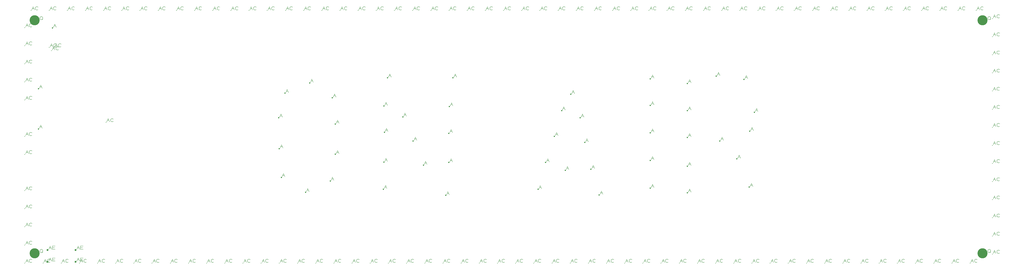
<source format=gbr>
G04 GENERATED BY PULSONIX 12.5 GERBER.DLL 9449*
G04 #@! TF.GenerationSoftware,Pulsonix,Pulsonix,12.5.9449*
G04 #@! TF.CreationDate,2024-11-25T21:04:47--1:00*
G04 #@! TF.Part,Single*
%FSLAX35Y35*%
%LPD*%
%MOMM*%
G04 #@! TF.FileFunction,Drillmap*
G04 #@! TF.FilePolarity,Positive*
G04 #@! TA.AperFunction,ViaPad*
%ADD81C,0.40000*%
G04 #@! TD.AperFunction*
%ADD82C,0.10000*%
G04 #@! TA.AperFunction,ViaPad*
%ADD83C,0.30000*%
G04 #@! TA.AperFunction,WasherPad*
%ADD84C,3.10000*%
G04 #@! TA.AperFunction,ComponentPad*
%ADD85C,0.60000*%
G04 #@! TD.AperFunction*
X0Y0D02*
D02*
D81*
X1813250Y5095438D03*
Y6333688D03*
X2244250Y8214875D03*
X9211000Y5436750D03*
X9226875Y4484250D03*
X9290564Y3595250D03*
X9401500Y6198750D03*
X10036500Y3134875D03*
X10163500Y6516250D03*
X10798500Y3484125D03*
X10862000Y6055875D03*
X10957250Y4309625D03*
Y5246250D03*
X12433625Y3230125D03*
X12449500Y4071500D03*
Y5801875D03*
X12465375Y4992250D03*
X12561875Y6675000D03*
X13032948Y5468500D03*
X13350448Y4722375D03*
X13667948Y3976250D03*
X14354500Y3039625D03*
X14449750Y4055625D03*
Y4960500D03*
X14465625Y5786000D03*
X14578000Y6675000D03*
X17199622Y3225872D03*
X17434250Y4055625D03*
X17704125Y4865250D03*
X17926375Y5659000D03*
X18037500Y3817500D03*
X18212125Y6165750D03*
X18497875Y5436750D03*
X18638747Y4674750D03*
X18831250Y3849250D03*
X19085250Y3055500D03*
X20658125Y3261875D03*
Y4119125D03*
Y4976375D03*
Y5817750D03*
Y6643250D03*
X21798625Y3119000D03*
Y3944500D03*
Y4833500D03*
Y5659000D03*
Y6500375D03*
X22688875Y6725500D03*
X22800000Y4721125D03*
X23322767Y4166750D03*
X23546125Y6627375D03*
X23703767Y3293625D03*
X23720750Y5024000D03*
X23863625Y5610125D03*
D02*
D82*
X1410800Y971376D02*
X1451976Y1070199D01*
X1493153Y971376D01*
X1427271Y1012552D02*
X1476682Y1012552D01*
X1606553Y987846D02*
X1598318Y979611D01*
X1581847Y971376D01*
X1557141D01*
X1540671Y979611D01*
X1532435Y987846D01*
X1524200Y1004317D01*
Y1037258D01*
X1532435Y1053729D01*
X1540671Y1061964D01*
X1557141Y1070199D01*
X1581847D01*
X1598318Y1061964D01*
X1606553Y1053729D01*
X1410800Y1531376D02*
X1451976Y1630199D01*
X1493153Y1531376D01*
X1427271Y1572552D02*
X1476682Y1572552D01*
X1606553Y1547846D02*
X1598318Y1539611D01*
X1581847Y1531376D01*
X1557141D01*
X1540671Y1539611D01*
X1532435Y1547846D01*
X1524200Y1564317D01*
Y1597258D01*
X1532435Y1613729D01*
X1540671Y1621964D01*
X1557141Y1630199D01*
X1581847D01*
X1598318Y1621964D01*
X1606553Y1613729D01*
X1410800Y2091376D02*
X1451976Y2190199D01*
X1493153Y2091376D01*
X1427271Y2132552D02*
X1476682Y2132552D01*
X1606553Y2107846D02*
X1598318Y2099611D01*
X1581847Y2091376D01*
X1557141D01*
X1540671Y2099611D01*
X1532435Y2107846D01*
X1524200Y2124317D01*
Y2157258D01*
X1532435Y2173729D01*
X1540671Y2181964D01*
X1557141Y2190199D01*
X1581847D01*
X1598318Y2181964D01*
X1606553Y2173729D01*
X1410800Y2651376D02*
X1451976Y2750199D01*
X1493153Y2651376D01*
X1427271Y2692552D02*
X1476682Y2692552D01*
X1606553Y2667846D02*
X1598318Y2659611D01*
X1581847Y2651376D01*
X1557141D01*
X1540671Y2659611D01*
X1532435Y2667846D01*
X1524200Y2684317D01*
Y2717258D01*
X1532435Y2733729D01*
X1540671Y2741964D01*
X1557141Y2750199D01*
X1581847D01*
X1598318Y2741964D01*
X1606553Y2733729D01*
X1410800Y3211376D02*
X1451976Y3310199D01*
X1493153Y3211376D01*
X1427271Y3252552D02*
X1476682Y3252552D01*
X1606553Y3227846D02*
X1598318Y3219611D01*
X1581847Y3211376D01*
X1557141D01*
X1540671Y3219611D01*
X1532435Y3227846D01*
X1524200Y3244317D01*
Y3277258D01*
X1532435Y3293729D01*
X1540671Y3301964D01*
X1557141Y3310199D01*
X1581847D01*
X1598318Y3301964D01*
X1606553Y3293729D01*
X1410800Y4331376D02*
X1451976Y4430199D01*
X1493153Y4331376D01*
X1427271Y4372552D02*
X1476682Y4372552D01*
X1606553Y4347846D02*
X1598318Y4339611D01*
X1581847Y4331376D01*
X1557141D01*
X1540671Y4339611D01*
X1532435Y4347846D01*
X1524200Y4364317D01*
Y4397258D01*
X1532435Y4413729D01*
X1540671Y4421964D01*
X1557141Y4430199D01*
X1581847D01*
X1598318Y4421964D01*
X1606553Y4413729D01*
X1410800Y4891376D02*
X1451976Y4990199D01*
X1493153Y4891376D01*
X1427271Y4932552D02*
X1476682Y4932552D01*
X1606553Y4907846D02*
X1598318Y4899611D01*
X1581847Y4891376D01*
X1557141D01*
X1540671Y4899611D01*
X1532435Y4907846D01*
X1524200Y4924317D01*
Y4957258D01*
X1532435Y4973729D01*
X1540671Y4981964D01*
X1557141Y4990199D01*
X1581847D01*
X1598318Y4981964D01*
X1606553Y4973729D01*
X1410800Y6011376D02*
X1451976Y6110199D01*
X1493153Y6011376D01*
X1427271Y6052552D02*
X1476682Y6052552D01*
X1606553Y6027846D02*
X1598318Y6019611D01*
X1581847Y6011376D01*
X1557141D01*
X1540671Y6019611D01*
X1532435Y6027846D01*
X1524200Y6044317D01*
Y6077258D01*
X1532435Y6093729D01*
X1540671Y6101964D01*
X1557141Y6110199D01*
X1581847D01*
X1598318Y6101964D01*
X1606553Y6093729D01*
X1410800Y6571376D02*
X1451976Y6670199D01*
X1493153Y6571376D01*
X1427271Y6612552D02*
X1476682Y6612552D01*
X1606553Y6587846D02*
X1598318Y6579611D01*
X1581847Y6571376D01*
X1557141D01*
X1540671Y6579611D01*
X1532435Y6587846D01*
X1524200Y6604317D01*
Y6637258D01*
X1532435Y6653729D01*
X1540671Y6661964D01*
X1557141Y6670199D01*
X1581847D01*
X1598318Y6661964D01*
X1606553Y6653729D01*
X1410800Y7131376D02*
X1451976Y7230199D01*
X1493153Y7131376D01*
X1427271Y7172552D02*
X1476682Y7172552D01*
X1606553Y7147846D02*
X1598318Y7139611D01*
X1581847Y7131376D01*
X1557141D01*
X1540671Y7139611D01*
X1532435Y7147846D01*
X1524200Y7164317D01*
Y7197258D01*
X1532435Y7213729D01*
X1540671Y7221964D01*
X1557141Y7230199D01*
X1581847D01*
X1598318Y7221964D01*
X1606553Y7213729D01*
X1410800Y7691376D02*
X1451976Y7790199D01*
X1493153Y7691376D01*
X1427271Y7732552D02*
X1476682Y7732552D01*
X1606553Y7707846D02*
X1598318Y7699611D01*
X1581847Y7691376D01*
X1557141D01*
X1540671Y7699611D01*
X1532435Y7707846D01*
X1524200Y7724317D01*
Y7757258D01*
X1532435Y7773729D01*
X1540671Y7781964D01*
X1557141Y7790199D01*
X1581847D01*
X1598318Y7781964D01*
X1606553Y7773729D01*
X1410800Y8251376D02*
X1451976Y8350199D01*
X1493153Y8251376D01*
X1427271Y8292552D02*
X1476682Y8292552D01*
X1606553Y8267846D02*
X1598318Y8259611D01*
X1581847Y8251376D01*
X1557141D01*
X1540671Y8259611D01*
X1532435Y8267846D01*
X1524200Y8284317D01*
Y8317258D01*
X1532435Y8333729D01*
X1540671Y8341964D01*
X1557141Y8350199D01*
X1581847D01*
X1598318Y8341964D01*
X1606553Y8333729D01*
X1597306Y8779406D02*
X1638482Y8878229D01*
X1679659Y8779406D01*
X1613777Y8820582D02*
X1663188Y8820582D01*
X1793059Y8795876D02*
X1784824Y8787641D01*
X1768353Y8779406D01*
X1743647D01*
X1727177Y8787641D01*
X1718941Y8795876D01*
X1710706Y8812347D01*
Y8845288D01*
X1718941Y8861759D01*
X1727177Y8869994D01*
X1743647Y8878229D01*
X1768353D01*
X1784824Y8869994D01*
X1793059Y8861759D01*
X1838250Y5120144D02*
X1879426Y5218967D01*
X1920603Y5120144D01*
X1854721Y5161320D02*
X1904132Y5161320D01*
X1838250Y6358394D02*
X1879426Y6457217D01*
X1920603Y6358394D01*
X1854721Y6399570D02*
X1904132Y6399570D01*
X1855000Y1308147D02*
X1855000Y1341088D01*
X1863235Y1357559D01*
X1871471Y1365794D01*
X1887941Y1374029D01*
X1904412D01*
X1920882Y1365794D01*
X1929118Y1357559D01*
X1937353Y1341088D01*
Y1308147D01*
X1929118Y1291676D01*
X1920882Y1283441D01*
X1904412Y1275206D01*
X1887941D01*
X1871471Y1283441D01*
X1863235Y1291676D01*
X1855000Y1308147D01*
X1912647Y1299912D02*
X1937353Y1275206D01*
X1855000Y8508147D02*
X1855000Y8541088D01*
X1863235Y8557559D01*
X1871471Y8565794D01*
X1887941Y8574029D01*
X1904412D01*
X1920882Y8565794D01*
X1929118Y8557559D01*
X1937353Y8541088D01*
Y8508147D01*
X1929118Y8491676D01*
X1920882Y8483441D01*
X1904412Y8475206D01*
X1887941D01*
X1871471Y8483441D01*
X1863235Y8491676D01*
X1855000Y8508147D01*
X1912647Y8499912D02*
X1937353Y8475206D01*
X1970800Y971006D02*
X2011976Y1069829D01*
X2053153Y971006D01*
X1987271Y1012182D02*
X2036682Y1012182D01*
X2166553Y987476D02*
X2158318Y979241D01*
X2141847Y971006D01*
X2117141D01*
X2100671Y979241D01*
X2092435Y987476D01*
X2084200Y1003947D01*
Y1036888D01*
X2092435Y1053359D01*
X2100671Y1061594D01*
X2117141Y1069829D01*
X2141847D01*
X2158318Y1061594D01*
X2166553Y1053359D01*
X2122688Y1008894D02*
X2163864Y1107717D01*
X2205041Y1008894D01*
X2139159Y1050070D02*
X2188570Y1050070D01*
X2236088Y1008894D02*
X2236088Y1107717D01*
X2318441D01*
X2301970Y1058306D02*
X2236088Y1058306D01*
Y1008894D02*
X2318441Y1008894D01*
X2122688Y1378894D02*
X2163864Y1477717D01*
X2205041Y1378894D01*
X2139159Y1420070D02*
X2188570Y1420070D01*
X2236088Y1378894D02*
X2236088Y1477717D01*
X2318441D01*
X2301970Y1428306D02*
X2236088Y1428306D01*
Y1378894D02*
X2318441Y1378894D01*
X2157306Y8779406D02*
X2198482Y8878229D01*
X2239659Y8779406D01*
X2173777Y8820582D02*
X2223188Y8820582D01*
X2353059Y8795876D02*
X2344824Y8787641D01*
X2328353Y8779406D01*
X2303647D01*
X2287177Y8787641D01*
X2278941Y8795876D01*
X2270706Y8812347D01*
Y8845288D01*
X2278941Y8861759D01*
X2287177Y8869994D01*
X2303647Y8878229D01*
X2328353D01*
X2344824Y8869994D01*
X2353059Y8861759D01*
X2164250Y7636331D02*
X2205426Y7735154D01*
X2246603Y7636331D01*
X2180721Y7677507D02*
X2230132Y7677507D01*
X2360003Y7652801D02*
X2351768Y7644566D01*
X2335297Y7636331D01*
X2310591D01*
X2294121Y7644566D01*
X2285885Y7652801D01*
X2277650Y7669272D01*
Y7702213D01*
X2285885Y7718684D01*
X2294121Y7726919D01*
X2310591Y7735154D01*
X2335297D01*
X2351768Y7726919D01*
X2360003Y7718684D01*
X2230125Y7541081D02*
X2271301Y7639904D01*
X2312478Y7541081D01*
X2246596Y7582257D02*
X2296007Y7582257D01*
X2425878Y7557551D02*
X2417643Y7549316D01*
X2401172Y7541081D01*
X2376466D01*
X2359996Y7549316D01*
X2351760Y7557551D01*
X2343525Y7574022D01*
Y7606963D01*
X2351760Y7623434D01*
X2359996Y7631669D01*
X2376466Y7639904D01*
X2401172D01*
X2417643Y7631669D01*
X2425878Y7623434D01*
X2269250Y8239581D02*
X2310426Y8338404D01*
X2351603Y8239581D01*
X2285721Y8280757D02*
X2335132Y8280757D01*
X2309500Y7636331D02*
X2350676Y7735154D01*
X2391853Y7636331D01*
X2325971Y7677507D02*
X2375382Y7677507D01*
X2505253Y7652801D02*
X2497018Y7644566D01*
X2480547Y7636331D01*
X2455841D01*
X2439371Y7644566D01*
X2431135Y7652801D01*
X2422900Y7669272D01*
Y7702213D01*
X2431135Y7718684D01*
X2439371Y7726919D01*
X2455841Y7735154D01*
X2480547D01*
X2497018Y7726919D01*
X2505253Y7718684D01*
X2530800Y971006D02*
X2571976Y1069829D01*
X2613153Y971006D01*
X2547271Y1012182D02*
X2596682Y1012182D01*
X2726553Y987476D02*
X2718318Y979241D01*
X2701847Y971006D01*
X2677141D01*
X2660671Y979241D01*
X2652435Y987476D01*
X2644200Y1003947D01*
Y1036888D01*
X2652435Y1053359D01*
X2660671Y1061594D01*
X2677141Y1069829D01*
X2701847D01*
X2718318Y1061594D01*
X2726553Y1053359D01*
X2717306Y8779406D02*
X2758482Y8878229D01*
X2799659Y8779406D01*
X2733777Y8820582D02*
X2783188Y8820582D01*
X2913059Y8795876D02*
X2904824Y8787641D01*
X2888353Y8779406D01*
X2863647D01*
X2847177Y8787641D01*
X2838941Y8795876D01*
X2830706Y8812347D01*
Y8845288D01*
X2838941Y8861759D01*
X2847177Y8869994D01*
X2863647Y8878229D01*
X2888353D01*
X2904824Y8869994D01*
X2913059Y8861759D01*
X2986688Y1008894D02*
X3027864Y1107717D01*
X3069041Y1008894D01*
X3003159Y1050070D02*
X3052570Y1050070D01*
X3100088Y1008894D02*
X3100088Y1107717D01*
X3182441D01*
X3165970Y1058306D02*
X3100088Y1058306D01*
Y1008894D02*
X3182441Y1008894D01*
X2986688Y1378894D02*
X3027864Y1477717D01*
X3069041Y1378894D01*
X3003159Y1420070D02*
X3052570Y1420070D01*
X3100088Y1378894D02*
X3100088Y1477717D01*
X3182441D01*
X3165970Y1428306D02*
X3100088Y1428306D01*
Y1378894D02*
X3182441Y1378894D01*
X3090800Y971006D02*
X3131976Y1069829D01*
X3173153Y971006D01*
X3107271Y1012182D02*
X3156682Y1012182D01*
X3286553Y987476D02*
X3278318Y979241D01*
X3261847Y971006D01*
X3237141D01*
X3220671Y979241D01*
X3212435Y987476D01*
X3204200Y1003947D01*
Y1036888D01*
X3212435Y1053359D01*
X3220671Y1061594D01*
X3237141Y1069829D01*
X3261847D01*
X3278318Y1061594D01*
X3286553Y1053359D01*
X3277306Y8779406D02*
X3318482Y8878229D01*
X3359659Y8779406D01*
X3293777Y8820582D02*
X3343188Y8820582D01*
X3473059Y8795876D02*
X3464824Y8787641D01*
X3448353Y8779406D01*
X3423647D01*
X3407177Y8787641D01*
X3398941Y8795876D01*
X3390706Y8812347D01*
Y8845288D01*
X3398941Y8861759D01*
X3407177Y8869994D01*
X3423647Y8878229D01*
X3448353D01*
X3464824Y8869994D01*
X3473059Y8861759D01*
X3650800Y971006D02*
X3691976Y1069829D01*
X3733153Y971006D01*
X3667271Y1012182D02*
X3716682Y1012182D01*
X3846553Y987476D02*
X3838318Y979241D01*
X3821847Y971006D01*
X3797141D01*
X3780671Y979241D01*
X3772435Y987476D01*
X3764200Y1003947D01*
Y1036888D01*
X3772435Y1053359D01*
X3780671Y1061594D01*
X3797141Y1069829D01*
X3821847D01*
X3838318Y1061594D01*
X3846553Y1053359D01*
X3837306Y8779406D02*
X3878482Y8878229D01*
X3919659Y8779406D01*
X3853777Y8820582D02*
X3903188Y8820582D01*
X4033059Y8795876D02*
X4024824Y8787641D01*
X4008353Y8779406D01*
X3983647D01*
X3967177Y8787641D01*
X3958941Y8795876D01*
X3950706Y8812347D01*
Y8845288D01*
X3958941Y8861759D01*
X3967177Y8869994D01*
X3983647Y8878229D01*
X4008353D01*
X4024824Y8869994D01*
X4033059Y8861759D01*
X3912875Y5318581D02*
X3954051Y5417404D01*
X3995228Y5318581D01*
X3929346Y5359757D02*
X3978757Y5359757D01*
X4108628Y5335051D02*
X4100393Y5326816D01*
X4083922Y5318581D01*
X4059216D01*
X4042746Y5326816D01*
X4034510Y5335051D01*
X4026275Y5351522D01*
Y5384463D01*
X4034510Y5400934D01*
X4042746Y5409169D01*
X4059216Y5417404D01*
X4083922D01*
X4100393Y5409169D01*
X4108628Y5400934D01*
X4210800Y971006D02*
X4251976Y1069829D01*
X4293153Y971006D01*
X4227271Y1012182D02*
X4276682Y1012182D01*
X4406553Y987476D02*
X4398318Y979241D01*
X4381847Y971006D01*
X4357141D01*
X4340671Y979241D01*
X4332435Y987476D01*
X4324200Y1003947D01*
Y1036888D01*
X4332435Y1053359D01*
X4340671Y1061594D01*
X4357141Y1069829D01*
X4381847D01*
X4398318Y1061594D01*
X4406553Y1053359D01*
X4397306Y8779406D02*
X4438482Y8878229D01*
X4479659Y8779406D01*
X4413777Y8820582D02*
X4463188Y8820582D01*
X4593059Y8795876D02*
X4584824Y8787641D01*
X4568353Y8779406D01*
X4543647D01*
X4527177Y8787641D01*
X4518941Y8795876D01*
X4510706Y8812347D01*
Y8845288D01*
X4518941Y8861759D01*
X4527177Y8869994D01*
X4543647Y8878229D01*
X4568353D01*
X4584824Y8869994D01*
X4593059Y8861759D01*
X4770800Y971006D02*
X4811976Y1069829D01*
X4853153Y971006D01*
X4787271Y1012182D02*
X4836682Y1012182D01*
X4966553Y987476D02*
X4958318Y979241D01*
X4941847Y971006D01*
X4917141D01*
X4900671Y979241D01*
X4892435Y987476D01*
X4884200Y1003947D01*
Y1036888D01*
X4892435Y1053359D01*
X4900671Y1061594D01*
X4917141Y1069829D01*
X4941847D01*
X4958318Y1061594D01*
X4966553Y1053359D01*
X4957306Y8779406D02*
X4998482Y8878229D01*
X5039659Y8779406D01*
X4973777Y8820582D02*
X5023188Y8820582D01*
X5153059Y8795876D02*
X5144824Y8787641D01*
X5128353Y8779406D01*
X5103647D01*
X5087177Y8787641D01*
X5078941Y8795876D01*
X5070706Y8812347D01*
Y8845288D01*
X5078941Y8861759D01*
X5087177Y8869994D01*
X5103647Y8878229D01*
X5128353D01*
X5144824Y8869994D01*
X5153059Y8861759D01*
X5330800Y971006D02*
X5371976Y1069829D01*
X5413153Y971006D01*
X5347271Y1012182D02*
X5396682Y1012182D01*
X5526553Y987476D02*
X5518318Y979241D01*
X5501847Y971006D01*
X5477141D01*
X5460671Y979241D01*
X5452435Y987476D01*
X5444200Y1003947D01*
Y1036888D01*
X5452435Y1053359D01*
X5460671Y1061594D01*
X5477141Y1069829D01*
X5501847D01*
X5518318Y1061594D01*
X5526553Y1053359D01*
X5517306Y8779406D02*
X5558482Y8878229D01*
X5599659Y8779406D01*
X5533777Y8820582D02*
X5583188Y8820582D01*
X5713059Y8795876D02*
X5704824Y8787641D01*
X5688353Y8779406D01*
X5663647D01*
X5647177Y8787641D01*
X5638941Y8795876D01*
X5630706Y8812347D01*
Y8845288D01*
X5638941Y8861759D01*
X5647177Y8869994D01*
X5663647Y8878229D01*
X5688353D01*
X5704824Y8869994D01*
X5713059Y8861759D01*
X5890800Y971006D02*
X5931976Y1069829D01*
X5973153Y971006D01*
X5907271Y1012182D02*
X5956682Y1012182D01*
X6086553Y987476D02*
X6078318Y979241D01*
X6061847Y971006D01*
X6037141D01*
X6020671Y979241D01*
X6012435Y987476D01*
X6004200Y1003947D01*
Y1036888D01*
X6012435Y1053359D01*
X6020671Y1061594D01*
X6037141Y1069829D01*
X6061847D01*
X6078318Y1061594D01*
X6086553Y1053359D01*
X6077306Y8779406D02*
X6118482Y8878229D01*
X6159659Y8779406D01*
X6093777Y8820582D02*
X6143188Y8820582D01*
X6273059Y8795876D02*
X6264824Y8787641D01*
X6248353Y8779406D01*
X6223647D01*
X6207177Y8787641D01*
X6198941Y8795876D01*
X6190706Y8812347D01*
Y8845288D01*
X6198941Y8861759D01*
X6207177Y8869994D01*
X6223647Y8878229D01*
X6248353D01*
X6264824Y8869994D01*
X6273059Y8861759D01*
X6450800Y971006D02*
X6491976Y1069829D01*
X6533153Y971006D01*
X6467271Y1012182D02*
X6516682Y1012182D01*
X6646553Y987476D02*
X6638318Y979241D01*
X6621847Y971006D01*
X6597141D01*
X6580671Y979241D01*
X6572435Y987476D01*
X6564200Y1003947D01*
Y1036888D01*
X6572435Y1053359D01*
X6580671Y1061594D01*
X6597141Y1069829D01*
X6621847D01*
X6638318Y1061594D01*
X6646553Y1053359D01*
X6637306Y8779406D02*
X6678482Y8878229D01*
X6719659Y8779406D01*
X6653777Y8820582D02*
X6703188Y8820582D01*
X6833059Y8795876D02*
X6824824Y8787641D01*
X6808353Y8779406D01*
X6783647D01*
X6767177Y8787641D01*
X6758941Y8795876D01*
X6750706Y8812347D01*
Y8845288D01*
X6758941Y8861759D01*
X6767177Y8869994D01*
X6783647Y8878229D01*
X6808353D01*
X6824824Y8869994D01*
X6833059Y8861759D01*
X7010800Y971006D02*
X7051976Y1069829D01*
X7093153Y971006D01*
X7027271Y1012182D02*
X7076682Y1012182D01*
X7206553Y987476D02*
X7198318Y979241D01*
X7181847Y971006D01*
X7157141D01*
X7140671Y979241D01*
X7132435Y987476D01*
X7124200Y1003947D01*
Y1036888D01*
X7132435Y1053359D01*
X7140671Y1061594D01*
X7157141Y1069829D01*
X7181847D01*
X7198318Y1061594D01*
X7206553Y1053359D01*
X7197306Y8779406D02*
X7238482Y8878229D01*
X7279659Y8779406D01*
X7213777Y8820582D02*
X7263188Y8820582D01*
X7393059Y8795876D02*
X7384824Y8787641D01*
X7368353Y8779406D01*
X7343647D01*
X7327177Y8787641D01*
X7318941Y8795876D01*
X7310706Y8812347D01*
Y8845288D01*
X7318941Y8861759D01*
X7327177Y8869994D01*
X7343647Y8878229D01*
X7368353D01*
X7384824Y8869994D01*
X7393059Y8861759D01*
X7570800Y971006D02*
X7611976Y1069829D01*
X7653153Y971006D01*
X7587271Y1012182D02*
X7636682Y1012182D01*
X7766553Y987476D02*
X7758318Y979241D01*
X7741847Y971006D01*
X7717141D01*
X7700671Y979241D01*
X7692435Y987476D01*
X7684200Y1003947D01*
Y1036888D01*
X7692435Y1053359D01*
X7700671Y1061594D01*
X7717141Y1069829D01*
X7741847D01*
X7758318Y1061594D01*
X7766553Y1053359D01*
X7757306Y8779406D02*
X7798482Y8878229D01*
X7839659Y8779406D01*
X7773777Y8820582D02*
X7823188Y8820582D01*
X7953059Y8795876D02*
X7944824Y8787641D01*
X7928353Y8779406D01*
X7903647D01*
X7887177Y8787641D01*
X7878941Y8795876D01*
X7870706Y8812347D01*
Y8845288D01*
X7878941Y8861759D01*
X7887177Y8869994D01*
X7903647Y8878229D01*
X7928353D01*
X7944824Y8869994D01*
X7953059Y8861759D01*
X8130800Y971006D02*
X8171976Y1069829D01*
X8213153Y971006D01*
X8147271Y1012182D02*
X8196682Y1012182D01*
X8326553Y987476D02*
X8318318Y979241D01*
X8301847Y971006D01*
X8277141D01*
X8260671Y979241D01*
X8252435Y987476D01*
X8244200Y1003947D01*
Y1036888D01*
X8252435Y1053359D01*
X8260671Y1061594D01*
X8277141Y1069829D01*
X8301847D01*
X8318318Y1061594D01*
X8326553Y1053359D01*
X8317306Y8779406D02*
X8358482Y8878229D01*
X8399659Y8779406D01*
X8333777Y8820582D02*
X8383188Y8820582D01*
X8513059Y8795876D02*
X8504824Y8787641D01*
X8488353Y8779406D01*
X8463647D01*
X8447177Y8787641D01*
X8438941Y8795876D01*
X8430706Y8812347D01*
Y8845288D01*
X8438941Y8861759D01*
X8447177Y8869994D01*
X8463647Y8878229D01*
X8488353D01*
X8504824Y8869994D01*
X8513059Y8861759D01*
X8690800Y971006D02*
X8731976Y1069829D01*
X8773153Y971006D01*
X8707271Y1012182D02*
X8756682Y1012182D01*
X8886553Y987476D02*
X8878318Y979241D01*
X8861847Y971006D01*
X8837141D01*
X8820671Y979241D01*
X8812435Y987476D01*
X8804200Y1003947D01*
Y1036888D01*
X8812435Y1053359D01*
X8820671Y1061594D01*
X8837141Y1069829D01*
X8861847D01*
X8878318Y1061594D01*
X8886553Y1053359D01*
X8877306Y8779406D02*
X8918482Y8878229D01*
X8959659Y8779406D01*
X8893777Y8820582D02*
X8943188Y8820582D01*
X9073059Y8795876D02*
X9064824Y8787641D01*
X9048353Y8779406D01*
X9023647D01*
X9007177Y8787641D01*
X8998941Y8795876D01*
X8990706Y8812347D01*
Y8845288D01*
X8998941Y8861759D01*
X9007177Y8869994D01*
X9023647Y8878229D01*
X9048353D01*
X9064824Y8869994D01*
X9073059Y8861759D01*
X9236000Y5461456D02*
X9277176Y5560279D01*
X9318353Y5461456D01*
X9252471Y5502632D02*
X9301882Y5502632D01*
X9250800Y971006D02*
X9291976Y1069829D01*
X9333153Y971006D01*
X9267271Y1012182D02*
X9316682Y1012182D01*
X9446553Y987476D02*
X9438318Y979241D01*
X9421847Y971006D01*
X9397141D01*
X9380671Y979241D01*
X9372435Y987476D01*
X9364200Y1003947D01*
Y1036888D01*
X9372435Y1053359D01*
X9380671Y1061594D01*
X9397141Y1069829D01*
X9421847D01*
X9438318Y1061594D01*
X9446553Y1053359D01*
X9251875Y4508956D02*
X9293051Y4607779D01*
X9334228Y4508956D01*
X9268346Y4550132D02*
X9317757Y4550132D01*
X9315564Y3619956D02*
X9356740Y3718779D01*
X9397917Y3619956D01*
X9332035Y3661132D02*
X9381446Y3661132D01*
X9426500Y6223456D02*
X9467676Y6322279D01*
X9508853Y6223456D01*
X9442971Y6264632D02*
X9492382Y6264632D01*
X9437306Y8779406D02*
X9478482Y8878229D01*
X9519659Y8779406D01*
X9453777Y8820582D02*
X9503188Y8820582D01*
X9633059Y8795876D02*
X9624824Y8787641D01*
X9608353Y8779406D01*
X9583647D01*
X9567177Y8787641D01*
X9558941Y8795876D01*
X9550706Y8812347D01*
Y8845288D01*
X9558941Y8861759D01*
X9567177Y8869994D01*
X9583647Y8878229D01*
X9608353D01*
X9624824Y8869994D01*
X9633059Y8861759D01*
X9810800Y971006D02*
X9851976Y1069829D01*
X9893153Y971006D01*
X9827271Y1012182D02*
X9876682Y1012182D01*
X10006553Y987476D02*
X9998318Y979241D01*
X9981847Y971006D01*
X9957141D01*
X9940671Y979241D01*
X9932435Y987476D01*
X9924200Y1003947D01*
Y1036888D01*
X9932435Y1053359D01*
X9940671Y1061594D01*
X9957141Y1069829D01*
X9981847D01*
X9998318Y1061594D01*
X10006553Y1053359D01*
X9997306Y8779406D02*
X10038482Y8878229D01*
X10079659Y8779406D01*
X10013777Y8820582D02*
X10063188Y8820582D01*
X10193059Y8795876D02*
X10184824Y8787641D01*
X10168353Y8779406D01*
X10143647D01*
X10127177Y8787641D01*
X10118941Y8795876D01*
X10110706Y8812347D01*
Y8845288D01*
X10118941Y8861759D01*
X10127177Y8869994D01*
X10143647Y8878229D01*
X10168353D01*
X10184824Y8869994D01*
X10193059Y8861759D01*
X10061500Y3159581D02*
X10102676Y3258404D01*
X10143853Y3159581D01*
X10077971Y3200757D02*
X10127382Y3200757D01*
X10188500Y6540956D02*
X10229676Y6639779D01*
X10270853Y6540956D01*
X10204971Y6582132D02*
X10254382Y6582132D01*
X10370800Y971006D02*
X10411976Y1069829D01*
X10453153Y971006D01*
X10387271Y1012182D02*
X10436682Y1012182D01*
X10566553Y987476D02*
X10558318Y979241D01*
X10541847Y971006D01*
X10517141D01*
X10500671Y979241D01*
X10492435Y987476D01*
X10484200Y1003947D01*
Y1036888D01*
X10492435Y1053359D01*
X10500671Y1061594D01*
X10517141Y1069829D01*
X10541847D01*
X10558318Y1061594D01*
X10566553Y1053359D01*
X10557306Y8779406D02*
X10598482Y8878229D01*
X10639659Y8779406D01*
X10573777Y8820582D02*
X10623188Y8820582D01*
X10753059Y8795876D02*
X10744824Y8787641D01*
X10728353Y8779406D01*
X10703647D01*
X10687177Y8787641D01*
X10678941Y8795876D01*
X10670706Y8812347D01*
Y8845288D01*
X10678941Y8861759D01*
X10687177Y8869994D01*
X10703647Y8878229D01*
X10728353D01*
X10744824Y8869994D01*
X10753059Y8861759D01*
X10823500Y3508831D02*
X10864676Y3607654D01*
X10905853Y3508831D01*
X10839971Y3550007D02*
X10889382Y3550007D01*
X10887000Y6080581D02*
X10928176Y6179404D01*
X10969353Y6080581D01*
X10903471Y6121757D02*
X10952882Y6121757D01*
X10930800Y971006D02*
X10971976Y1069829D01*
X11013153Y971006D01*
X10947271Y1012182D02*
X10996682Y1012182D01*
X11126553Y987476D02*
X11118318Y979241D01*
X11101847Y971006D01*
X11077141D01*
X11060671Y979241D01*
X11052435Y987476D01*
X11044200Y1003947D01*
Y1036888D01*
X11052435Y1053359D01*
X11060671Y1061594D01*
X11077141Y1069829D01*
X11101847D01*
X11118318Y1061594D01*
X11126553Y1053359D01*
X10982250Y4334331D02*
X11023426Y4433154D01*
X11064603Y4334331D01*
X10998721Y4375507D02*
X11048132Y4375507D01*
X10982250Y5270956D02*
X11023426Y5369779D01*
X11064603Y5270956D01*
X10998721Y5312132D02*
X11048132Y5312132D01*
X11117306Y8779406D02*
X11158482Y8878229D01*
X11199659Y8779406D01*
X11133777Y8820582D02*
X11183188Y8820582D01*
X11313059Y8795876D02*
X11304824Y8787641D01*
X11288353Y8779406D01*
X11263647D01*
X11247177Y8787641D01*
X11238941Y8795876D01*
X11230706Y8812347D01*
Y8845288D01*
X11238941Y8861759D01*
X11247177Y8869994D01*
X11263647Y8878229D01*
X11288353D01*
X11304824Y8869994D01*
X11313059Y8861759D01*
X11490800Y971006D02*
X11531976Y1069829D01*
X11573153Y971006D01*
X11507271Y1012182D02*
X11556682Y1012182D01*
X11686553Y987476D02*
X11678318Y979241D01*
X11661847Y971006D01*
X11637141D01*
X11620671Y979241D01*
X11612435Y987476D01*
X11604200Y1003947D01*
Y1036888D01*
X11612435Y1053359D01*
X11620671Y1061594D01*
X11637141Y1069829D01*
X11661847D01*
X11678318Y1061594D01*
X11686553Y1053359D01*
X11677306Y8779406D02*
X11718482Y8878229D01*
X11759659Y8779406D01*
X11693777Y8820582D02*
X11743188Y8820582D01*
X11873059Y8795876D02*
X11864824Y8787641D01*
X11848353Y8779406D01*
X11823647D01*
X11807177Y8787641D01*
X11798941Y8795876D01*
X11790706Y8812347D01*
Y8845288D01*
X11798941Y8861759D01*
X11807177Y8869994D01*
X11823647Y8878229D01*
X11848353D01*
X11864824Y8869994D01*
X11873059Y8861759D01*
X12050800Y971006D02*
X12091976Y1069829D01*
X12133153Y971006D01*
X12067271Y1012182D02*
X12116682Y1012182D01*
X12246553Y987476D02*
X12238318Y979241D01*
X12221847Y971006D01*
X12197141D01*
X12180671Y979241D01*
X12172435Y987476D01*
X12164200Y1003947D01*
Y1036888D01*
X12172435Y1053359D01*
X12180671Y1061594D01*
X12197141Y1069829D01*
X12221847D01*
X12238318Y1061594D01*
X12246553Y1053359D01*
X12237306Y8779406D02*
X12278482Y8878229D01*
X12319659Y8779406D01*
X12253777Y8820582D02*
X12303188Y8820582D01*
X12433059Y8795876D02*
X12424824Y8787641D01*
X12408353Y8779406D01*
X12383647D01*
X12367177Y8787641D01*
X12358941Y8795876D01*
X12350706Y8812347D01*
Y8845288D01*
X12358941Y8861759D01*
X12367177Y8869994D01*
X12383647Y8878229D01*
X12408353D01*
X12424824Y8869994D01*
X12433059Y8861759D01*
X12458625Y3254831D02*
X12499801Y3353654D01*
X12540978Y3254831D01*
X12475096Y3296007D02*
X12524507Y3296007D01*
X12474500Y4096206D02*
X12515676Y4195029D01*
X12556853Y4096206D01*
X12490971Y4137382D02*
X12540382Y4137382D01*
X12474500Y5826581D02*
X12515676Y5925404D01*
X12556853Y5826581D01*
X12490971Y5867757D02*
X12540382Y5867757D01*
X12490375Y5016956D02*
X12531551Y5115779D01*
X12572728Y5016956D01*
X12506846Y5058132D02*
X12556257Y5058132D01*
X12586875Y6699706D02*
X12628051Y6798529D01*
X12669228Y6699706D01*
X12603346Y6740882D02*
X12652757Y6740882D01*
X12610800Y971006D02*
X12651976Y1069829D01*
X12693153Y971006D01*
X12627271Y1012182D02*
X12676682Y1012182D01*
X12806553Y987476D02*
X12798318Y979241D01*
X12781847Y971006D01*
X12757141D01*
X12740671Y979241D01*
X12732435Y987476D01*
X12724200Y1003947D01*
Y1036888D01*
X12732435Y1053359D01*
X12740671Y1061594D01*
X12757141Y1069829D01*
X12781847D01*
X12798318Y1061594D01*
X12806553Y1053359D01*
X12797306Y8779406D02*
X12838482Y8878229D01*
X12879659Y8779406D01*
X12813777Y8820582D02*
X12863188Y8820582D01*
X12993059Y8795876D02*
X12984824Y8787641D01*
X12968353Y8779406D01*
X12943647D01*
X12927177Y8787641D01*
X12918941Y8795876D01*
X12910706Y8812347D01*
Y8845288D01*
X12918941Y8861759D01*
X12927177Y8869994D01*
X12943647Y8878229D01*
X12968353D01*
X12984824Y8869994D01*
X12993059Y8861759D01*
X13057948Y5493206D02*
X13099124Y5592029D01*
X13140301Y5493206D01*
X13074419Y5534382D02*
X13123830Y5534382D01*
X13170800Y971006D02*
X13211976Y1069829D01*
X13253153Y971006D01*
X13187271Y1012182D02*
X13236682Y1012182D01*
X13366553Y987476D02*
X13358318Y979241D01*
X13341847Y971006D01*
X13317141D01*
X13300671Y979241D01*
X13292435Y987476D01*
X13284200Y1003947D01*
Y1036888D01*
X13292435Y1053359D01*
X13300671Y1061594D01*
X13317141Y1069829D01*
X13341847D01*
X13358318Y1061594D01*
X13366553Y1053359D01*
X13357306Y8779406D02*
X13398482Y8878229D01*
X13439659Y8779406D01*
X13373777Y8820582D02*
X13423188Y8820582D01*
X13553059Y8795876D02*
X13544824Y8787641D01*
X13528353Y8779406D01*
X13503647D01*
X13487177Y8787641D01*
X13478941Y8795876D01*
X13470706Y8812347D01*
Y8845288D01*
X13478941Y8861759D01*
X13487177Y8869994D01*
X13503647Y8878229D01*
X13528353D01*
X13544824Y8869994D01*
X13553059Y8861759D01*
X13375448Y4747081D02*
X13416624Y4845904D01*
X13457801Y4747081D01*
X13391919Y4788257D02*
X13441330Y4788257D01*
X13692948Y4000956D02*
X13734124Y4099779D01*
X13775301Y4000956D01*
X13709419Y4042132D02*
X13758830Y4042132D01*
X13730800Y971006D02*
X13771976Y1069829D01*
X13813153Y971006D01*
X13747271Y1012182D02*
X13796682Y1012182D01*
X13926553Y987476D02*
X13918318Y979241D01*
X13901847Y971006D01*
X13877141D01*
X13860671Y979241D01*
X13852435Y987476D01*
X13844200Y1003947D01*
Y1036888D01*
X13852435Y1053359D01*
X13860671Y1061594D01*
X13877141Y1069829D01*
X13901847D01*
X13918318Y1061594D01*
X13926553Y1053359D01*
X13917306Y8779406D02*
X13958482Y8878229D01*
X13999659Y8779406D01*
X13933777Y8820582D02*
X13983188Y8820582D01*
X14113059Y8795876D02*
X14104824Y8787641D01*
X14088353Y8779406D01*
X14063647D01*
X14047177Y8787641D01*
X14038941Y8795876D01*
X14030706Y8812347D01*
Y8845288D01*
X14038941Y8861759D01*
X14047177Y8869994D01*
X14063647Y8878229D01*
X14088353D01*
X14104824Y8869994D01*
X14113059Y8861759D01*
X14290800Y971006D02*
X14331976Y1069829D01*
X14373153Y971006D01*
X14307271Y1012182D02*
X14356682Y1012182D01*
X14486553Y987476D02*
X14478318Y979241D01*
X14461847Y971006D01*
X14437141D01*
X14420671Y979241D01*
X14412435Y987476D01*
X14404200Y1003947D01*
Y1036888D01*
X14412435Y1053359D01*
X14420671Y1061594D01*
X14437141Y1069829D01*
X14461847D01*
X14478318Y1061594D01*
X14486553Y1053359D01*
X14379500Y3064331D02*
X14420676Y3163154D01*
X14461853Y3064331D01*
X14395971Y3105507D02*
X14445382Y3105507D01*
X14474750Y4080331D02*
X14515926Y4179154D01*
X14557103Y4080331D01*
X14491221Y4121507D02*
X14540632Y4121507D01*
X14474750Y4985206D02*
X14515926Y5084029D01*
X14557103Y4985206D01*
X14491221Y5026382D02*
X14540632Y5026382D01*
X14477306Y8779406D02*
X14518482Y8878229D01*
X14559659Y8779406D01*
X14493777Y8820582D02*
X14543188Y8820582D01*
X14673059Y8795876D02*
X14664824Y8787641D01*
X14648353Y8779406D01*
X14623647D01*
X14607177Y8787641D01*
X14598941Y8795876D01*
X14590706Y8812347D01*
Y8845288D01*
X14598941Y8861759D01*
X14607177Y8869994D01*
X14623647Y8878229D01*
X14648353D01*
X14664824Y8869994D01*
X14673059Y8861759D01*
X14490625Y5810706D02*
X14531801Y5909529D01*
X14572978Y5810706D01*
X14507096Y5851882D02*
X14556507Y5851882D01*
X14603000Y6699706D02*
X14644176Y6798529D01*
X14685353Y6699706D01*
X14619471Y6740882D02*
X14668882Y6740882D01*
X14850800Y971006D02*
X14891976Y1069829D01*
X14933153Y971006D01*
X14867271Y1012182D02*
X14916682Y1012182D01*
X15046553Y987476D02*
X15038318Y979241D01*
X15021847Y971006D01*
X14997141D01*
X14980671Y979241D01*
X14972435Y987476D01*
X14964200Y1003947D01*
Y1036888D01*
X14972435Y1053359D01*
X14980671Y1061594D01*
X14997141Y1069829D01*
X15021847D01*
X15038318Y1061594D01*
X15046553Y1053359D01*
X15037306Y8779406D02*
X15078482Y8878229D01*
X15119659Y8779406D01*
X15053777Y8820582D02*
X15103188Y8820582D01*
X15233059Y8795876D02*
X15224824Y8787641D01*
X15208353Y8779406D01*
X15183647D01*
X15167177Y8787641D01*
X15158941Y8795876D01*
X15150706Y8812347D01*
Y8845288D01*
X15158941Y8861759D01*
X15167177Y8869994D01*
X15183647Y8878229D01*
X15208353D01*
X15224824Y8869994D01*
X15233059Y8861759D01*
X15410800Y971006D02*
X15451976Y1069829D01*
X15493153Y971006D01*
X15427271Y1012182D02*
X15476682Y1012182D01*
X15606553Y987476D02*
X15598318Y979241D01*
X15581847Y971006D01*
X15557141D01*
X15540671Y979241D01*
X15532435Y987476D01*
X15524200Y1003947D01*
Y1036888D01*
X15532435Y1053359D01*
X15540671Y1061594D01*
X15557141Y1069829D01*
X15581847D01*
X15598318Y1061594D01*
X15606553Y1053359D01*
X15597306Y8779406D02*
X15638482Y8878229D01*
X15679659Y8779406D01*
X15613777Y8820582D02*
X15663188Y8820582D01*
X15793059Y8795876D02*
X15784824Y8787641D01*
X15768353Y8779406D01*
X15743647D01*
X15727177Y8787641D01*
X15718941Y8795876D01*
X15710706Y8812347D01*
Y8845288D01*
X15718941Y8861759D01*
X15727177Y8869994D01*
X15743647Y8878229D01*
X15768353D01*
X15784824Y8869994D01*
X15793059Y8861759D01*
X15970800Y971006D02*
X16011976Y1069829D01*
X16053153Y971006D01*
X15987271Y1012182D02*
X16036682Y1012182D01*
X16166553Y987476D02*
X16158318Y979241D01*
X16141847Y971006D01*
X16117141D01*
X16100671Y979241D01*
X16092435Y987476D01*
X16084200Y1003947D01*
Y1036888D01*
X16092435Y1053359D01*
X16100671Y1061594D01*
X16117141Y1069829D01*
X16141847D01*
X16158318Y1061594D01*
X16166553Y1053359D01*
X16157306Y8779406D02*
X16198482Y8878229D01*
X16239659Y8779406D01*
X16173777Y8820582D02*
X16223188Y8820582D01*
X16353059Y8795876D02*
X16344824Y8787641D01*
X16328353Y8779406D01*
X16303647D01*
X16287177Y8787641D01*
X16278941Y8795876D01*
X16270706Y8812347D01*
Y8845288D01*
X16278941Y8861759D01*
X16287177Y8869994D01*
X16303647Y8878229D01*
X16328353D01*
X16344824Y8869994D01*
X16353059Y8861759D01*
X16530800Y971006D02*
X16571976Y1069829D01*
X16613153Y971006D01*
X16547271Y1012182D02*
X16596682Y1012182D01*
X16726553Y987476D02*
X16718318Y979241D01*
X16701847Y971006D01*
X16677141D01*
X16660671Y979241D01*
X16652435Y987476D01*
X16644200Y1003947D01*
Y1036888D01*
X16652435Y1053359D01*
X16660671Y1061594D01*
X16677141Y1069829D01*
X16701847D01*
X16718318Y1061594D01*
X16726553Y1053359D01*
X16717306Y8779406D02*
X16758482Y8878229D01*
X16799659Y8779406D01*
X16733777Y8820582D02*
X16783188Y8820582D01*
X16913059Y8795876D02*
X16904824Y8787641D01*
X16888353Y8779406D01*
X16863647D01*
X16847177Y8787641D01*
X16838941Y8795876D01*
X16830706Y8812347D01*
Y8845288D01*
X16838941Y8861759D01*
X16847177Y8869994D01*
X16863647Y8878229D01*
X16888353D01*
X16904824Y8869994D01*
X16913059Y8861759D01*
X17090800Y971006D02*
X17131976Y1069829D01*
X17173153Y971006D01*
X17107271Y1012182D02*
X17156682Y1012182D01*
X17286553Y987476D02*
X17278318Y979241D01*
X17261847Y971006D01*
X17237141D01*
X17220671Y979241D01*
X17212435Y987476D01*
X17204200Y1003947D01*
Y1036888D01*
X17212435Y1053359D01*
X17220671Y1061594D01*
X17237141Y1069829D01*
X17261847D01*
X17278318Y1061594D01*
X17286553Y1053359D01*
X17224622Y3250578D02*
X17265798Y3349401D01*
X17306975Y3250578D01*
X17241093Y3291754D02*
X17290504Y3291754D01*
X17277306Y8779406D02*
X17318482Y8878229D01*
X17359659Y8779406D01*
X17293777Y8820582D02*
X17343188Y8820582D01*
X17473059Y8795876D02*
X17464824Y8787641D01*
X17448353Y8779406D01*
X17423647D01*
X17407177Y8787641D01*
X17398941Y8795876D01*
X17390706Y8812347D01*
Y8845288D01*
X17398941Y8861759D01*
X17407177Y8869994D01*
X17423647Y8878229D01*
X17448353D01*
X17464824Y8869994D01*
X17473059Y8861759D01*
X17459250Y4080331D02*
X17500426Y4179154D01*
X17541603Y4080331D01*
X17475721Y4121507D02*
X17525132Y4121507D01*
X17650800Y971006D02*
X17691976Y1069829D01*
X17733153Y971006D01*
X17667271Y1012182D02*
X17716682Y1012182D01*
X17846553Y987476D02*
X17838318Y979241D01*
X17821847Y971006D01*
X17797141D01*
X17780671Y979241D01*
X17772435Y987476D01*
X17764200Y1003947D01*
Y1036888D01*
X17772435Y1053359D01*
X17780671Y1061594D01*
X17797141Y1069829D01*
X17821847D01*
X17838318Y1061594D01*
X17846553Y1053359D01*
X17729125Y4889956D02*
X17770301Y4988779D01*
X17811478Y4889956D01*
X17745596Y4931132D02*
X17795007Y4931132D01*
X17837306Y8779406D02*
X17878482Y8878229D01*
X17919659Y8779406D01*
X17853777Y8820582D02*
X17903188Y8820582D01*
X18033059Y8795876D02*
X18024824Y8787641D01*
X18008353Y8779406D01*
X17983647D01*
X17967177Y8787641D01*
X17958941Y8795876D01*
X17950706Y8812347D01*
Y8845288D01*
X17958941Y8861759D01*
X17967177Y8869994D01*
X17983647Y8878229D01*
X18008353D01*
X18024824Y8869994D01*
X18033059Y8861759D01*
X17951375Y5683706D02*
X17992551Y5782529D01*
X18033728Y5683706D01*
X17967846Y5724882D02*
X18017257Y5724882D01*
X18062500Y3842206D02*
X18103676Y3941029D01*
X18144853Y3842206D01*
X18078971Y3883382D02*
X18128382Y3883382D01*
X18210800Y971006D02*
X18251976Y1069829D01*
X18293153Y971006D01*
X18227271Y1012182D02*
X18276682Y1012182D01*
X18406553Y987476D02*
X18398318Y979241D01*
X18381847Y971006D01*
X18357141D01*
X18340671Y979241D01*
X18332435Y987476D01*
X18324200Y1003947D01*
Y1036888D01*
X18332435Y1053359D01*
X18340671Y1061594D01*
X18357141Y1069829D01*
X18381847D01*
X18398318Y1061594D01*
X18406553Y1053359D01*
X18237125Y6190456D02*
X18278301Y6289279D01*
X18319478Y6190456D01*
X18253596Y6231632D02*
X18303007Y6231632D01*
X18397306Y8779406D02*
X18438482Y8878229D01*
X18479659Y8779406D01*
X18413777Y8820582D02*
X18463188Y8820582D01*
X18593059Y8795876D02*
X18584824Y8787641D01*
X18568353Y8779406D01*
X18543647D01*
X18527177Y8787641D01*
X18518941Y8795876D01*
X18510706Y8812347D01*
Y8845288D01*
X18518941Y8861759D01*
X18527177Y8869994D01*
X18543647Y8878229D01*
X18568353D01*
X18584824Y8869994D01*
X18593059Y8861759D01*
X18522875Y5461456D02*
X18564051Y5560279D01*
X18605228Y5461456D01*
X18539346Y5502632D02*
X18588757Y5502632D01*
X18663747Y4699456D02*
X18704923Y4798279D01*
X18746100Y4699456D01*
X18680218Y4740632D02*
X18729629Y4740632D01*
X18770800Y971006D02*
X18811976Y1069829D01*
X18853153Y971006D01*
X18787271Y1012182D02*
X18836682Y1012182D01*
X18966553Y987476D02*
X18958318Y979241D01*
X18941847Y971006D01*
X18917141D01*
X18900671Y979241D01*
X18892435Y987476D01*
X18884200Y1003947D01*
Y1036888D01*
X18892435Y1053359D01*
X18900671Y1061594D01*
X18917141Y1069829D01*
X18941847D01*
X18958318Y1061594D01*
X18966553Y1053359D01*
X18856250Y3873956D02*
X18897426Y3972779D01*
X18938603Y3873956D01*
X18872721Y3915132D02*
X18922132Y3915132D01*
X18957306Y8779406D02*
X18998482Y8878229D01*
X19039659Y8779406D01*
X18973777Y8820582D02*
X19023188Y8820582D01*
X19153059Y8795876D02*
X19144824Y8787641D01*
X19128353Y8779406D01*
X19103647D01*
X19087177Y8787641D01*
X19078941Y8795876D01*
X19070706Y8812347D01*
Y8845288D01*
X19078941Y8861759D01*
X19087177Y8869994D01*
X19103647Y8878229D01*
X19128353D01*
X19144824Y8869994D01*
X19153059Y8861759D01*
X19110250Y3080206D02*
X19151426Y3179029D01*
X19192603Y3080206D01*
X19126721Y3121382D02*
X19176132Y3121382D01*
X19330800Y971006D02*
X19371976Y1069829D01*
X19413153Y971006D01*
X19347271Y1012182D02*
X19396682Y1012182D01*
X19526553Y987476D02*
X19518318Y979241D01*
X19501847Y971006D01*
X19477141D01*
X19460671Y979241D01*
X19452435Y987476D01*
X19444200Y1003947D01*
Y1036888D01*
X19452435Y1053359D01*
X19460671Y1061594D01*
X19477141Y1069829D01*
X19501847D01*
X19518318Y1061594D01*
X19526553Y1053359D01*
X19517306Y8779406D02*
X19558482Y8878229D01*
X19599659Y8779406D01*
X19533777Y8820582D02*
X19583188Y8820582D01*
X19713059Y8795876D02*
X19704824Y8787641D01*
X19688353Y8779406D01*
X19663647D01*
X19647177Y8787641D01*
X19638941Y8795876D01*
X19630706Y8812347D01*
Y8845288D01*
X19638941Y8861759D01*
X19647177Y8869994D01*
X19663647Y8878229D01*
X19688353D01*
X19704824Y8869994D01*
X19713059Y8861759D01*
X19890800Y971006D02*
X19931976Y1069829D01*
X19973153Y971006D01*
X19907271Y1012182D02*
X19956682Y1012182D01*
X20086553Y987476D02*
X20078318Y979241D01*
X20061847Y971006D01*
X20037141D01*
X20020671Y979241D01*
X20012435Y987476D01*
X20004200Y1003947D01*
Y1036888D01*
X20012435Y1053359D01*
X20020671Y1061594D01*
X20037141Y1069829D01*
X20061847D01*
X20078318Y1061594D01*
X20086553Y1053359D01*
X20077306Y8779406D02*
X20118482Y8878229D01*
X20159659Y8779406D01*
X20093777Y8820582D02*
X20143188Y8820582D01*
X20273059Y8795876D02*
X20264824Y8787641D01*
X20248353Y8779406D01*
X20223647D01*
X20207177Y8787641D01*
X20198941Y8795876D01*
X20190706Y8812347D01*
Y8845288D01*
X20198941Y8861759D01*
X20207177Y8869994D01*
X20223647Y8878229D01*
X20248353D01*
X20264824Y8869994D01*
X20273059Y8861759D01*
X20450800Y971006D02*
X20491976Y1069829D01*
X20533153Y971006D01*
X20467271Y1012182D02*
X20516682Y1012182D01*
X20646553Y987476D02*
X20638318Y979241D01*
X20621847Y971006D01*
X20597141D01*
X20580671Y979241D01*
X20572435Y987476D01*
X20564200Y1003947D01*
Y1036888D01*
X20572435Y1053359D01*
X20580671Y1061594D01*
X20597141Y1069829D01*
X20621847D01*
X20638318Y1061594D01*
X20646553Y1053359D01*
X20637306Y8779406D02*
X20678482Y8878229D01*
X20719659Y8779406D01*
X20653777Y8820582D02*
X20703188Y8820582D01*
X20833059Y8795876D02*
X20824824Y8787641D01*
X20808353Y8779406D01*
X20783647D01*
X20767177Y8787641D01*
X20758941Y8795876D01*
X20750706Y8812347D01*
Y8845288D01*
X20758941Y8861759D01*
X20767177Y8869994D01*
X20783647Y8878229D01*
X20808353D01*
X20824824Y8869994D01*
X20833059Y8861759D01*
X20683125Y3286581D02*
X20724301Y3385404D01*
X20765478Y3286581D01*
X20699596Y3327757D02*
X20749007Y3327757D01*
X20683125Y4143831D02*
X20724301Y4242654D01*
X20765478Y4143831D01*
X20699596Y4185007D02*
X20749007Y4185007D01*
X20683125Y5001081D02*
X20724301Y5099904D01*
X20765478Y5001081D01*
X20699596Y5042257D02*
X20749007Y5042257D01*
X20683125Y5842456D02*
X20724301Y5941279D01*
X20765478Y5842456D01*
X20699596Y5883632D02*
X20749007Y5883632D01*
X20683125Y6667956D02*
X20724301Y6766779D01*
X20765478Y6667956D01*
X20699596Y6709132D02*
X20749007Y6709132D01*
X21010800Y971006D02*
X21051976Y1069829D01*
X21093153Y971006D01*
X21027271Y1012182D02*
X21076682Y1012182D01*
X21206553Y987476D02*
X21198318Y979241D01*
X21181847Y971006D01*
X21157141D01*
X21140671Y979241D01*
X21132435Y987476D01*
X21124200Y1003947D01*
Y1036888D01*
X21132435Y1053359D01*
X21140671Y1061594D01*
X21157141Y1069829D01*
X21181847D01*
X21198318Y1061594D01*
X21206553Y1053359D01*
X21197306Y8779406D02*
X21238482Y8878229D01*
X21279659Y8779406D01*
X21213777Y8820582D02*
X21263188Y8820582D01*
X21393059Y8795876D02*
X21384824Y8787641D01*
X21368353Y8779406D01*
X21343647D01*
X21327177Y8787641D01*
X21318941Y8795876D01*
X21310706Y8812347D01*
Y8845288D01*
X21318941Y8861759D01*
X21327177Y8869994D01*
X21343647Y8878229D01*
X21368353D01*
X21384824Y8869994D01*
X21393059Y8861759D01*
X21570800Y971006D02*
X21611976Y1069829D01*
X21653153Y971006D01*
X21587271Y1012182D02*
X21636682Y1012182D01*
X21766553Y987476D02*
X21758318Y979241D01*
X21741847Y971006D01*
X21717141D01*
X21700671Y979241D01*
X21692435Y987476D01*
X21684200Y1003947D01*
Y1036888D01*
X21692435Y1053359D01*
X21700671Y1061594D01*
X21717141Y1069829D01*
X21741847D01*
X21758318Y1061594D01*
X21766553Y1053359D01*
X21757306Y8779406D02*
X21798482Y8878229D01*
X21839659Y8779406D01*
X21773777Y8820582D02*
X21823188Y8820582D01*
X21953059Y8795876D02*
X21944824Y8787641D01*
X21928353Y8779406D01*
X21903647D01*
X21887177Y8787641D01*
X21878941Y8795876D01*
X21870706Y8812347D01*
Y8845288D01*
X21878941Y8861759D01*
X21887177Y8869994D01*
X21903647Y8878229D01*
X21928353D01*
X21944824Y8869994D01*
X21953059Y8861759D01*
X21823625Y3143706D02*
X21864801Y3242529D01*
X21905978Y3143706D01*
X21840096Y3184882D02*
X21889507Y3184882D01*
X21823625Y3969206D02*
X21864801Y4068029D01*
X21905978Y3969206D01*
X21840096Y4010382D02*
X21889507Y4010382D01*
X21823625Y4858206D02*
X21864801Y4957029D01*
X21905978Y4858206D01*
X21840096Y4899382D02*
X21889507Y4899382D01*
X21823625Y5683706D02*
X21864801Y5782529D01*
X21905978Y5683706D01*
X21840096Y5724882D02*
X21889507Y5724882D01*
X21823625Y6525081D02*
X21864801Y6623904D01*
X21905978Y6525081D01*
X21840096Y6566257D02*
X21889507Y6566257D01*
X22130800Y971006D02*
X22171976Y1069829D01*
X22213153Y971006D01*
X22147271Y1012182D02*
X22196682Y1012182D01*
X22326553Y987476D02*
X22318318Y979241D01*
X22301847Y971006D01*
X22277141D01*
X22260671Y979241D01*
X22252435Y987476D01*
X22244200Y1003947D01*
Y1036888D01*
X22252435Y1053359D01*
X22260671Y1061594D01*
X22277141Y1069829D01*
X22301847D01*
X22318318Y1061594D01*
X22326553Y1053359D01*
X22317306Y8779406D02*
X22358482Y8878229D01*
X22399659Y8779406D01*
X22333777Y8820582D02*
X22383188Y8820582D01*
X22513059Y8795876D02*
X22504824Y8787641D01*
X22488353Y8779406D01*
X22463647D01*
X22447177Y8787641D01*
X22438941Y8795876D01*
X22430706Y8812347D01*
Y8845288D01*
X22438941Y8861759D01*
X22447177Y8869994D01*
X22463647Y8878229D01*
X22488353D01*
X22504824Y8869994D01*
X22513059Y8861759D01*
X22690800Y971006D02*
X22731976Y1069829D01*
X22773153Y971006D01*
X22707271Y1012182D02*
X22756682Y1012182D01*
X22886553Y987476D02*
X22878318Y979241D01*
X22861847Y971006D01*
X22837141D01*
X22820671Y979241D01*
X22812435Y987476D01*
X22804200Y1003947D01*
Y1036888D01*
X22812435Y1053359D01*
X22820671Y1061594D01*
X22837141Y1069829D01*
X22861847D01*
X22878318Y1061594D01*
X22886553Y1053359D01*
X22713875Y6750206D02*
X22755051Y6849029D01*
X22796228Y6750206D01*
X22730346Y6791382D02*
X22779757Y6791382D01*
X22825000Y4745831D02*
X22866176Y4844654D01*
X22907353Y4745831D01*
X22841471Y4787007D02*
X22890882Y4787007D01*
X22877306Y8779406D02*
X22918482Y8878229D01*
X22959659Y8779406D01*
X22893777Y8820582D02*
X22943188Y8820582D01*
X23073059Y8795876D02*
X23064824Y8787641D01*
X23048353Y8779406D01*
X23023647D01*
X23007177Y8787641D01*
X22998941Y8795876D01*
X22990706Y8812347D01*
Y8845288D01*
X22998941Y8861759D01*
X23007177Y8869994D01*
X23023647Y8878229D01*
X23048353D01*
X23064824Y8869994D01*
X23073059Y8861759D01*
X23250800Y971006D02*
X23291976Y1069829D01*
X23333153Y971006D01*
X23267271Y1012182D02*
X23316682Y1012182D01*
X23446553Y987476D02*
X23438318Y979241D01*
X23421847Y971006D01*
X23397141D01*
X23380671Y979241D01*
X23372435Y987476D01*
X23364200Y1003947D01*
Y1036888D01*
X23372435Y1053359D01*
X23380671Y1061594D01*
X23397141Y1069829D01*
X23421847D01*
X23438318Y1061594D01*
X23446553Y1053359D01*
X23347767Y4191456D02*
X23388943Y4290279D01*
X23430120Y4191456D01*
X23364238Y4232632D02*
X23413649Y4232632D01*
X23437306Y8779406D02*
X23478482Y8878229D01*
X23519659Y8779406D01*
X23453777Y8820582D02*
X23503188Y8820582D01*
X23633059Y8795876D02*
X23624824Y8787641D01*
X23608353Y8779406D01*
X23583647D01*
X23567177Y8787641D01*
X23558941Y8795876D01*
X23550706Y8812347D01*
Y8845288D01*
X23558941Y8861759D01*
X23567177Y8869994D01*
X23583647Y8878229D01*
X23608353D01*
X23624824Y8869994D01*
X23633059Y8861759D01*
X23571125Y6652081D02*
X23612301Y6750904D01*
X23653478Y6652081D01*
X23587596Y6693257D02*
X23637007Y6693257D01*
X23728767Y3318331D02*
X23769943Y3417154D01*
X23811120Y3318331D01*
X23745238Y3359507D02*
X23794649Y3359507D01*
X23745750Y5048706D02*
X23786926Y5147529D01*
X23828103Y5048706D01*
X23762221Y5089882D02*
X23811632Y5089882D01*
X23810800Y971006D02*
X23851976Y1069829D01*
X23893153Y971006D01*
X23827271Y1012182D02*
X23876682Y1012182D01*
X24006553Y987476D02*
X23998318Y979241D01*
X23981847Y971006D01*
X23957141D01*
X23940671Y979241D01*
X23932435Y987476D01*
X23924200Y1003947D01*
Y1036888D01*
X23932435Y1053359D01*
X23940671Y1061594D01*
X23957141Y1069829D01*
X23981847D01*
X23998318Y1061594D01*
X24006553Y1053359D01*
X23888625Y5634831D02*
X23929801Y5733654D01*
X23970978Y5634831D01*
X23905096Y5676007D02*
X23954507Y5676007D01*
X23997306Y8779406D02*
X24038482Y8878229D01*
X24079659Y8779406D01*
X24013777Y8820582D02*
X24063188Y8820582D01*
X24193059Y8795876D02*
X24184824Y8787641D01*
X24168353Y8779406D01*
X24143647D01*
X24127177Y8787641D01*
X24118941Y8795876D01*
X24110706Y8812347D01*
Y8845288D01*
X24118941Y8861759D01*
X24127177Y8869994D01*
X24143647Y8878229D01*
X24168353D01*
X24184824Y8869994D01*
X24193059Y8861759D01*
X24370800Y971006D02*
X24411976Y1069829D01*
X24453153Y971006D01*
X24387271Y1012182D02*
X24436682Y1012182D01*
X24566553Y987476D02*
X24558318Y979241D01*
X24541847Y971006D01*
X24517141D01*
X24500671Y979241D01*
X24492435Y987476D01*
X24484200Y1003947D01*
Y1036888D01*
X24492435Y1053359D01*
X24500671Y1061594D01*
X24517141Y1069829D01*
X24541847D01*
X24558318Y1061594D01*
X24566553Y1053359D01*
X24557306Y8779406D02*
X24598482Y8878229D01*
X24639659Y8779406D01*
X24573777Y8820582D02*
X24623188Y8820582D01*
X24753059Y8795876D02*
X24744824Y8787641D01*
X24728353Y8779406D01*
X24703647D01*
X24687177Y8787641D01*
X24678941Y8795876D01*
X24670706Y8812347D01*
Y8845288D01*
X24678941Y8861759D01*
X24687177Y8869994D01*
X24703647Y8878229D01*
X24728353D01*
X24744824Y8869994D01*
X24753059Y8861759D01*
X24930800Y971006D02*
X24971976Y1069829D01*
X25013153Y971006D01*
X24947271Y1012182D02*
X24996682Y1012182D01*
X25126553Y987476D02*
X25118318Y979241D01*
X25101847Y971006D01*
X25077141D01*
X25060671Y979241D01*
X25052435Y987476D01*
X25044200Y1003947D01*
Y1036888D01*
X25052435Y1053359D01*
X25060671Y1061594D01*
X25077141Y1069829D01*
X25101847D01*
X25118318Y1061594D01*
X25126553Y1053359D01*
X25117306Y8779406D02*
X25158482Y8878229D01*
X25199659Y8779406D01*
X25133777Y8820582D02*
X25183188Y8820582D01*
X25313059Y8795876D02*
X25304824Y8787641D01*
X25288353Y8779406D01*
X25263647D01*
X25247177Y8787641D01*
X25238941Y8795876D01*
X25230706Y8812347D01*
Y8845288D01*
X25238941Y8861759D01*
X25247177Y8869994D01*
X25263647Y8878229D01*
X25288353D01*
X25304824Y8869994D01*
X25313059Y8861759D01*
X25490800Y971006D02*
X25531976Y1069829D01*
X25573153Y971006D01*
X25507271Y1012182D02*
X25556682Y1012182D01*
X25686553Y987476D02*
X25678318Y979241D01*
X25661847Y971006D01*
X25637141D01*
X25620671Y979241D01*
X25612435Y987476D01*
X25604200Y1003947D01*
Y1036888D01*
X25612435Y1053359D01*
X25620671Y1061594D01*
X25637141Y1069829D01*
X25661847D01*
X25678318Y1061594D01*
X25686553Y1053359D01*
X25677306Y8779406D02*
X25718482Y8878229D01*
X25759659Y8779406D01*
X25693777Y8820582D02*
X25743188Y8820582D01*
X25873059Y8795876D02*
X25864824Y8787641D01*
X25848353Y8779406D01*
X25823647D01*
X25807177Y8787641D01*
X25798941Y8795876D01*
X25790706Y8812347D01*
Y8845288D01*
X25798941Y8861759D01*
X25807177Y8869994D01*
X25823647Y8878229D01*
X25848353D01*
X25864824Y8869994D01*
X25873059Y8861759D01*
X26050800Y971006D02*
X26091976Y1069829D01*
X26133153Y971006D01*
X26067271Y1012182D02*
X26116682Y1012182D01*
X26246553Y987476D02*
X26238318Y979241D01*
X26221847Y971006D01*
X26197141D01*
X26180671Y979241D01*
X26172435Y987476D01*
X26164200Y1003947D01*
Y1036888D01*
X26172435Y1053359D01*
X26180671Y1061594D01*
X26197141Y1069829D01*
X26221847D01*
X26238318Y1061594D01*
X26246553Y1053359D01*
X26237306Y8779406D02*
X26278482Y8878229D01*
X26319659Y8779406D01*
X26253777Y8820582D02*
X26303188Y8820582D01*
X26433059Y8795876D02*
X26424824Y8787641D01*
X26408353Y8779406D01*
X26383647D01*
X26367177Y8787641D01*
X26358941Y8795876D01*
X26350706Y8812347D01*
Y8845288D01*
X26358941Y8861759D01*
X26367177Y8869994D01*
X26383647Y8878229D01*
X26408353D01*
X26424824Y8869994D01*
X26433059Y8861759D01*
X26610800Y971006D02*
X26651976Y1069829D01*
X26693153Y971006D01*
X26627271Y1012182D02*
X26676682Y1012182D01*
X26806553Y987476D02*
X26798318Y979241D01*
X26781847Y971006D01*
X26757141D01*
X26740671Y979241D01*
X26732435Y987476D01*
X26724200Y1003947D01*
Y1036888D01*
X26732435Y1053359D01*
X26740671Y1061594D01*
X26757141Y1069829D01*
X26781847D01*
X26798318Y1061594D01*
X26806553Y1053359D01*
X26797306Y8779406D02*
X26838482Y8878229D01*
X26879659Y8779406D01*
X26813777Y8820582D02*
X26863188Y8820582D01*
X26993059Y8795876D02*
X26984824Y8787641D01*
X26968353Y8779406D01*
X26943647D01*
X26927177Y8787641D01*
X26918941Y8795876D01*
X26910706Y8812347D01*
Y8845288D01*
X26918941Y8861759D01*
X26927177Y8869994D01*
X26943647Y8878229D01*
X26968353D01*
X26984824Y8869994D01*
X26993059Y8861759D01*
X27170800Y971006D02*
X27211976Y1069829D01*
X27253153Y971006D01*
X27187271Y1012182D02*
X27236682Y1012182D01*
X27366553Y987476D02*
X27358318Y979241D01*
X27341847Y971006D01*
X27317141D01*
X27300671Y979241D01*
X27292435Y987476D01*
X27284200Y1003947D01*
Y1036888D01*
X27292435Y1053359D01*
X27300671Y1061594D01*
X27317141Y1069829D01*
X27341847D01*
X27358318Y1061594D01*
X27366553Y1053359D01*
X27357306Y8779406D02*
X27398482Y8878229D01*
X27439659Y8779406D01*
X27373777Y8820582D02*
X27423188Y8820582D01*
X27553059Y8795876D02*
X27544824Y8787641D01*
X27528353Y8779406D01*
X27503647D01*
X27487177Y8787641D01*
X27478941Y8795876D01*
X27470706Y8812347D01*
Y8845288D01*
X27478941Y8861759D01*
X27487177Y8869994D01*
X27503647Y8878229D01*
X27528353D01*
X27544824Y8869994D01*
X27553059Y8861759D01*
X27730800Y971006D02*
X27771976Y1069829D01*
X27813153Y971006D01*
X27747271Y1012182D02*
X27796682Y1012182D01*
X27926553Y987476D02*
X27918318Y979241D01*
X27901847Y971006D01*
X27877141D01*
X27860671Y979241D01*
X27852435Y987476D01*
X27844200Y1003947D01*
Y1036888D01*
X27852435Y1053359D01*
X27860671Y1061594D01*
X27877141Y1069829D01*
X27901847D01*
X27918318Y1061594D01*
X27926553Y1053359D01*
X27917306Y8779406D02*
X27958482Y8878229D01*
X27999659Y8779406D01*
X27933777Y8820582D02*
X27983188Y8820582D01*
X28113059Y8795876D02*
X28104824Y8787641D01*
X28088353Y8779406D01*
X28063647D01*
X28047177Y8787641D01*
X28038941Y8795876D01*
X28030706Y8812347D01*
Y8845288D01*
X28038941Y8861759D01*
X28047177Y8869994D01*
X28063647Y8878229D01*
X28088353D01*
X28104824Y8869994D01*
X28113059Y8861759D01*
X28290800Y971006D02*
X28331976Y1069829D01*
X28373153Y971006D01*
X28307271Y1012182D02*
X28356682Y1012182D01*
X28486553Y987476D02*
X28478318Y979241D01*
X28461847Y971006D01*
X28437141D01*
X28420671Y979241D01*
X28412435Y987476D01*
X28404200Y1003947D01*
Y1036888D01*
X28412435Y1053359D01*
X28420671Y1061594D01*
X28437141Y1069829D01*
X28461847D01*
X28478318Y1061594D01*
X28486553Y1053359D01*
X28477306Y8779406D02*
X28518482Y8878229D01*
X28559659Y8779406D01*
X28493777Y8820582D02*
X28543188Y8820582D01*
X28673059Y8795876D02*
X28664824Y8787641D01*
X28648353Y8779406D01*
X28623647D01*
X28607177Y8787641D01*
X28598941Y8795876D01*
X28590706Y8812347D01*
Y8845288D01*
X28598941Y8861759D01*
X28607177Y8869994D01*
X28623647Y8878229D01*
X28648353D01*
X28664824Y8869994D01*
X28673059Y8861759D01*
X28850800Y971006D02*
X28891976Y1069829D01*
X28933153Y971006D01*
X28867271Y1012182D02*
X28916682Y1012182D01*
X29046553Y987476D02*
X29038318Y979241D01*
X29021847Y971006D01*
X28997141D01*
X28980671Y979241D01*
X28972435Y987476D01*
X28964200Y1003947D01*
Y1036888D01*
X28972435Y1053359D01*
X28980671Y1061594D01*
X28997141Y1069829D01*
X29021847D01*
X29038318Y1061594D01*
X29046553Y1053359D01*
X29037306Y8779406D02*
X29078482Y8878229D01*
X29119659Y8779406D01*
X29053777Y8820582D02*
X29103188Y8820582D01*
X29233059Y8795876D02*
X29224824Y8787641D01*
X29208353Y8779406D01*
X29183647D01*
X29167177Y8787641D01*
X29158941Y8795876D01*
X29150706Y8812347D01*
Y8845288D01*
X29158941Y8861759D01*
X29167177Y8869994D01*
X29183647Y8878229D01*
X29208353D01*
X29224824Y8869994D01*
X29233059Y8861759D01*
X29410800Y971006D02*
X29451976Y1069829D01*
X29493153Y971006D01*
X29427271Y1012182D02*
X29476682Y1012182D01*
X29606553Y987476D02*
X29598318Y979241D01*
X29581847Y971006D01*
X29557141D01*
X29540671Y979241D01*
X29532435Y987476D01*
X29524200Y1003947D01*
Y1036888D01*
X29532435Y1053359D01*
X29540671Y1061594D01*
X29557141Y1069829D01*
X29581847D01*
X29598318Y1061594D01*
X29606553Y1053359D01*
X29597306Y8779406D02*
X29638482Y8878229D01*
X29679659Y8779406D01*
X29613777Y8820582D02*
X29663188Y8820582D01*
X29793059Y8795876D02*
X29784824Y8787641D01*
X29768353Y8779406D01*
X29743647D01*
X29727177Y8787641D01*
X29718941Y8795876D01*
X29710706Y8812347D01*
Y8845288D01*
X29718941Y8861759D01*
X29727177Y8869994D01*
X29743647Y8878229D01*
X29768353D01*
X29784824Y8869994D01*
X29793059Y8861759D01*
X29970800Y971006D02*
X30011976Y1069829D01*
X30053153Y971006D01*
X29987271Y1012182D02*
X30036682Y1012182D01*
X30166553Y987476D02*
X30158318Y979241D01*
X30141847Y971006D01*
X30117141D01*
X30100671Y979241D01*
X30092435Y987476D01*
X30084200Y1003947D01*
Y1036888D01*
X30092435Y1053359D01*
X30100671Y1061594D01*
X30117141Y1069829D01*
X30141847D01*
X30158318Y1061594D01*
X30166553Y1053359D01*
X30157306Y8779406D02*
X30198482Y8878229D01*
X30239659Y8779406D01*
X30173777Y8820582D02*
X30223188Y8820582D01*
X30353059Y8795876D02*
X30344824Y8787641D01*
X30328353Y8779406D01*
X30303647D01*
X30287177Y8787641D01*
X30278941Y8795876D01*
X30270706Y8812347D01*
Y8845288D01*
X30278941Y8861759D01*
X30287177Y8869994D01*
X30303647Y8878229D01*
X30328353D01*
X30344824Y8869994D01*
X30353059Y8861759D01*
X30530800Y971006D02*
X30571976Y1069829D01*
X30613153Y971006D01*
X30547271Y1012182D02*
X30596682Y1012182D01*
X30726553Y987476D02*
X30718318Y979241D01*
X30701847Y971006D01*
X30677141D01*
X30660671Y979241D01*
X30652435Y987476D01*
X30644200Y1003947D01*
Y1036888D01*
X30652435Y1053359D01*
X30660671Y1061594D01*
X30677141Y1069829D01*
X30701847D01*
X30718318Y1061594D01*
X30726553Y1053359D01*
X30717306Y8779406D02*
X30758482Y8878229D01*
X30799659Y8779406D01*
X30733777Y8820582D02*
X30783188Y8820582D01*
X30913059Y8795876D02*
X30904824Y8787641D01*
X30888353Y8779406D01*
X30863647D01*
X30847177Y8787641D01*
X30838941Y8795876D01*
X30830706Y8812347D01*
Y8845288D01*
X30838941Y8861759D01*
X30847177Y8869994D01*
X30863647Y8878229D01*
X30888353D01*
X30904824Y8869994D01*
X30913059Y8861759D01*
X31055000Y1308147D02*
X31055000Y1341088D01*
X31063235Y1357559D01*
X31071471Y1365794D01*
X31087941Y1374029D01*
X31104412D01*
X31120882Y1365794D01*
X31129118Y1357559D01*
X31137353Y1341088D01*
Y1308147D01*
X31129118Y1291676D01*
X31120882Y1283441D01*
X31104412Y1275206D01*
X31087941D01*
X31071471Y1283441D01*
X31063235Y1291676D01*
X31055000Y1308147D01*
X31112647Y1299912D02*
X31137353Y1275206D01*
X31055000Y8508147D02*
X31055000Y8541088D01*
X31063235Y8557559D01*
X31071471Y8565794D01*
X31087941Y8574029D01*
X31104412D01*
X31120882Y8565794D01*
X31129118Y8557559D01*
X31137353Y8541088D01*
Y8508147D01*
X31129118Y8491676D01*
X31120882Y8483441D01*
X31104412Y8475206D01*
X31087941D01*
X31071471Y8483441D01*
X31063235Y8491676D01*
X31055000Y8508147D01*
X31112647Y8499912D02*
X31137353Y8475206D01*
X31219200Y1251006D02*
X31260376Y1349829D01*
X31301553Y1251006D01*
X31235671Y1292182D02*
X31285082Y1292182D01*
X31414953Y1267476D02*
X31406718Y1259241D01*
X31390247Y1251006D01*
X31365541D01*
X31349071Y1259241D01*
X31340835Y1267476D01*
X31332600Y1283947D01*
Y1316888D01*
X31340835Y1333359D01*
X31349071Y1341594D01*
X31365541Y1349829D01*
X31390247D01*
X31406718Y1341594D01*
X31414953Y1333359D01*
X31219200Y1811006D02*
X31260376Y1909829D01*
X31301553Y1811006D01*
X31235671Y1852182D02*
X31285082Y1852182D01*
X31414953Y1827476D02*
X31406718Y1819241D01*
X31390247Y1811006D01*
X31365541D01*
X31349071Y1819241D01*
X31340835Y1827476D01*
X31332600Y1843947D01*
Y1876888D01*
X31340835Y1893359D01*
X31349071Y1901594D01*
X31365541Y1909829D01*
X31390247D01*
X31406718Y1901594D01*
X31414953Y1893359D01*
X31219200Y2371006D02*
X31260376Y2469829D01*
X31301553Y2371006D01*
X31235671Y2412182D02*
X31285082Y2412182D01*
X31414953Y2387476D02*
X31406718Y2379241D01*
X31390247Y2371006D01*
X31365541D01*
X31349071Y2379241D01*
X31340835Y2387476D01*
X31332600Y2403947D01*
Y2436888D01*
X31340835Y2453359D01*
X31349071Y2461594D01*
X31365541Y2469829D01*
X31390247D01*
X31406718Y2461594D01*
X31414953Y2453359D01*
X31219200Y2931006D02*
X31260376Y3029829D01*
X31301553Y2931006D01*
X31235671Y2972182D02*
X31285082Y2972182D01*
X31414953Y2947476D02*
X31406718Y2939241D01*
X31390247Y2931006D01*
X31365541D01*
X31349071Y2939241D01*
X31340835Y2947476D01*
X31332600Y2963947D01*
Y2996888D01*
X31340835Y3013359D01*
X31349071Y3021594D01*
X31365541Y3029829D01*
X31390247D01*
X31406718Y3021594D01*
X31414953Y3013359D01*
X31219200Y3491006D02*
X31260376Y3589829D01*
X31301553Y3491006D01*
X31235671Y3532182D02*
X31285082Y3532182D01*
X31414953Y3507476D02*
X31406718Y3499241D01*
X31390247Y3491006D01*
X31365541D01*
X31349071Y3499241D01*
X31340835Y3507476D01*
X31332600Y3523947D01*
Y3556888D01*
X31340835Y3573359D01*
X31349071Y3581594D01*
X31365541Y3589829D01*
X31390247D01*
X31406718Y3581594D01*
X31414953Y3573359D01*
X31219200Y4051006D02*
X31260376Y4149829D01*
X31301553Y4051006D01*
X31235671Y4092182D02*
X31285082Y4092182D01*
X31414953Y4067476D02*
X31406718Y4059241D01*
X31390247Y4051006D01*
X31365541D01*
X31349071Y4059241D01*
X31340835Y4067476D01*
X31332600Y4083947D01*
Y4116888D01*
X31340835Y4133359D01*
X31349071Y4141594D01*
X31365541Y4149829D01*
X31390247D01*
X31406718Y4141594D01*
X31414953Y4133359D01*
X31219200Y4611006D02*
X31260376Y4709829D01*
X31301553Y4611006D01*
X31235671Y4652182D02*
X31285082Y4652182D01*
X31414953Y4627476D02*
X31406718Y4619241D01*
X31390247Y4611006D01*
X31365541D01*
X31349071Y4619241D01*
X31340835Y4627476D01*
X31332600Y4643947D01*
Y4676888D01*
X31340835Y4693359D01*
X31349071Y4701594D01*
X31365541Y4709829D01*
X31390247D01*
X31406718Y4701594D01*
X31414953Y4693359D01*
X31219200Y5171006D02*
X31260376Y5269829D01*
X31301553Y5171006D01*
X31235671Y5212182D02*
X31285082Y5212182D01*
X31414953Y5187476D02*
X31406718Y5179241D01*
X31390247Y5171006D01*
X31365541D01*
X31349071Y5179241D01*
X31340835Y5187476D01*
X31332600Y5203947D01*
Y5236888D01*
X31340835Y5253359D01*
X31349071Y5261594D01*
X31365541Y5269829D01*
X31390247D01*
X31406718Y5261594D01*
X31414953Y5253359D01*
X31219200Y5731006D02*
X31260376Y5829829D01*
X31301553Y5731006D01*
X31235671Y5772182D02*
X31285082Y5772182D01*
X31414953Y5747476D02*
X31406718Y5739241D01*
X31390247Y5731006D01*
X31365541D01*
X31349071Y5739241D01*
X31340835Y5747476D01*
X31332600Y5763947D01*
Y5796888D01*
X31340835Y5813359D01*
X31349071Y5821594D01*
X31365541Y5829829D01*
X31390247D01*
X31406718Y5821594D01*
X31414953Y5813359D01*
X31219200Y6291006D02*
X31260376Y6389829D01*
X31301553Y6291006D01*
X31235671Y6332182D02*
X31285082Y6332182D01*
X31414953Y6307476D02*
X31406718Y6299241D01*
X31390247Y6291006D01*
X31365541D01*
X31349071Y6299241D01*
X31340835Y6307476D01*
X31332600Y6323947D01*
Y6356888D01*
X31340835Y6373359D01*
X31349071Y6381594D01*
X31365541Y6389829D01*
X31390247D01*
X31406718Y6381594D01*
X31414953Y6373359D01*
X31219200Y6851006D02*
X31260376Y6949829D01*
X31301553Y6851006D01*
X31235671Y6892182D02*
X31285082Y6892182D01*
X31414953Y6867476D02*
X31406718Y6859241D01*
X31390247Y6851006D01*
X31365541D01*
X31349071Y6859241D01*
X31340835Y6867476D01*
X31332600Y6883947D01*
Y6916888D01*
X31340835Y6933359D01*
X31349071Y6941594D01*
X31365541Y6949829D01*
X31390247D01*
X31406718Y6941594D01*
X31414953Y6933359D01*
X31219200Y7411006D02*
X31260376Y7509829D01*
X31301553Y7411006D01*
X31235671Y7452182D02*
X31285082Y7452182D01*
X31414953Y7427476D02*
X31406718Y7419241D01*
X31390247Y7411006D01*
X31365541D01*
X31349071Y7419241D01*
X31340835Y7427476D01*
X31332600Y7443947D01*
Y7476888D01*
X31340835Y7493359D01*
X31349071Y7501594D01*
X31365541Y7509829D01*
X31390247D01*
X31406718Y7501594D01*
X31414953Y7493359D01*
X31219200Y7971006D02*
X31260376Y8069829D01*
X31301553Y7971006D01*
X31235671Y8012182D02*
X31285082Y8012182D01*
X31414953Y7987476D02*
X31406718Y7979241D01*
X31390247Y7971006D01*
X31365541D01*
X31349071Y7979241D01*
X31340835Y7987476D01*
X31332600Y8003947D01*
Y8036888D01*
X31340835Y8053359D01*
X31349071Y8061594D01*
X31365541Y8069829D01*
X31390247D01*
X31406718Y8061594D01*
X31414953Y8053359D01*
X31219200Y8531006D02*
X31260376Y8629829D01*
X31301553Y8531006D01*
X31235671Y8572182D02*
X31285082Y8572182D01*
X31414953Y8547476D02*
X31406718Y8539241D01*
X31390247Y8531006D01*
X31365541D01*
X31349071Y8539241D01*
X31340835Y8547476D01*
X31332600Y8563947D01*
Y8596888D01*
X31340835Y8613359D01*
X31349071Y8621594D01*
X31365541Y8629829D01*
X31390247D01*
X31406718Y8621594D01*
X31414953Y8613359D01*
D02*
D83*
X1390800Y946670D03*
Y1506670D03*
Y2066670D03*
Y2626670D03*
Y3186670D03*
Y4306670D03*
Y4866670D03*
Y5986670D03*
Y6546670D03*
Y7106670D03*
Y7666670D03*
Y8226670D03*
X1577306Y8754700D03*
X1950800Y946300D03*
X2137306Y8754700D03*
X2144250Y7611625D03*
X2210125Y7516375D03*
X2289500Y7611625D03*
X2510800Y946300D03*
X2697306Y8754700D03*
X3070800Y946300D03*
X3257306Y8754700D03*
X3630800Y946300D03*
X3817306Y8754700D03*
X3892875Y5293875D03*
X4190800Y946300D03*
X4377306Y8754700D03*
X4750800Y946300D03*
X4937306Y8754700D03*
X5310800Y946300D03*
X5497306Y8754700D03*
X5870800Y946300D03*
X6057306Y8754700D03*
X6430800Y946300D03*
X6617306Y8754700D03*
X6990800Y946300D03*
X7177306Y8754700D03*
X7550800Y946300D03*
X7737306Y8754700D03*
X8110800Y946300D03*
X8297306Y8754700D03*
X8670800Y946300D03*
X8857306Y8754700D03*
X9230800Y946300D03*
X9417306Y8754700D03*
X9790800Y946300D03*
X9977306Y8754700D03*
X10350800Y946300D03*
X10537306Y8754700D03*
X10910800Y946300D03*
X11097306Y8754700D03*
X11470800Y946300D03*
X11657306Y8754700D03*
X12030800Y946300D03*
X12217306Y8754700D03*
X12590800Y946300D03*
X12777306Y8754700D03*
X13150800Y946300D03*
X13337306Y8754700D03*
X13710800Y946300D03*
X13897306Y8754700D03*
X14270800Y946300D03*
X14457306Y8754700D03*
X14830800Y946300D03*
X15017306Y8754700D03*
X15390800Y946300D03*
X15577306Y8754700D03*
X15950800Y946300D03*
X16137306Y8754700D03*
X16510800Y946300D03*
X16697306Y8754700D03*
X17070800Y946300D03*
X17257306Y8754700D03*
X17630800Y946300D03*
X17817306Y8754700D03*
X18190800Y946300D03*
X18377306Y8754700D03*
X18750800Y946300D03*
X18937306Y8754700D03*
X19310800Y946300D03*
X19497306Y8754700D03*
X19870800Y946300D03*
X20057306Y8754700D03*
X20430800Y946300D03*
X20617306Y8754700D03*
X20990800Y946300D03*
X21177306Y8754700D03*
X21550800Y946300D03*
X21737306Y8754700D03*
X22110800Y946300D03*
X22297306Y8754700D03*
X22670800Y946300D03*
X22857306Y8754700D03*
X23230800Y946300D03*
X23417306Y8754700D03*
X23790800Y946300D03*
X23977306Y8754700D03*
X24350800Y946300D03*
X24537306Y8754700D03*
X24910800Y946300D03*
X25097306Y8754700D03*
X25470800Y946300D03*
X25657306Y8754700D03*
X26030800Y946300D03*
X26217306Y8754700D03*
X26590800Y946300D03*
X26777306Y8754700D03*
X27150800Y946300D03*
X27337306Y8754700D03*
X27710800Y946300D03*
X27897306Y8754700D03*
X28270800Y946300D03*
X28457306Y8754700D03*
X28830800Y946300D03*
X29017306Y8754700D03*
X29390800Y946300D03*
X29577306Y8754700D03*
X29950800Y946300D03*
X30137306Y8754700D03*
X30510800Y946300D03*
X30697306Y8754700D03*
X31199200Y1226300D03*
Y1786300D03*
Y2346300D03*
Y2906300D03*
Y3466300D03*
Y4026300D03*
Y4586300D03*
Y5146300D03*
Y5706300D03*
Y6266300D03*
Y6826300D03*
Y7386300D03*
Y7946300D03*
Y8506300D03*
D02*
D84*
X1695000Y1250500D03*
Y8450500D03*
X30895000Y1250500D03*
Y8450500D03*
D02*
D85*
X2087688Y984188D03*
Y1354188D03*
X2951688Y984188D03*
Y1354188D03*
X0Y0D02*
M02*

</source>
